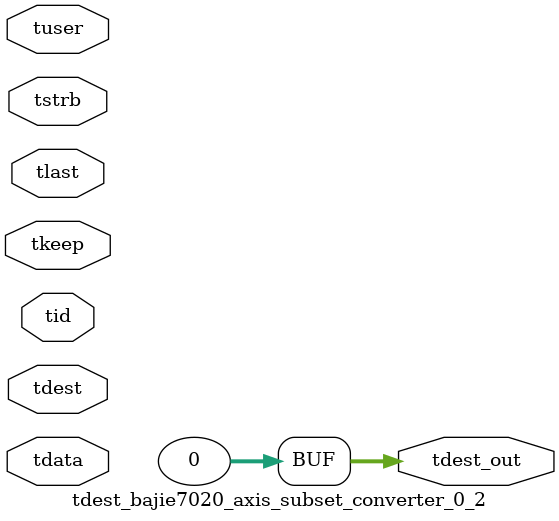
<source format=v>


`timescale 1ps/1ps

module tdest_bajie7020_axis_subset_converter_0_2 #
(
parameter C_S_AXIS_TDATA_WIDTH = 32,
parameter C_S_AXIS_TUSER_WIDTH = 0,
parameter C_S_AXIS_TID_WIDTH   = 0,
parameter C_S_AXIS_TDEST_WIDTH = 0,
parameter C_M_AXIS_TDEST_WIDTH = 32
)
(
input  [(C_S_AXIS_TDATA_WIDTH == 0 ? 1 : C_S_AXIS_TDATA_WIDTH)-1:0     ] tdata,
input  [(C_S_AXIS_TUSER_WIDTH == 0 ? 1 : C_S_AXIS_TUSER_WIDTH)-1:0     ] tuser,
input  [(C_S_AXIS_TID_WIDTH   == 0 ? 1 : C_S_AXIS_TID_WIDTH)-1:0       ] tid,
input  [(C_S_AXIS_TDEST_WIDTH == 0 ? 1 : C_S_AXIS_TDEST_WIDTH)-1:0     ] tdest,
input  [(C_S_AXIS_TDATA_WIDTH/8)-1:0 ] tkeep,
input  [(C_S_AXIS_TDATA_WIDTH/8)-1:0 ] tstrb,
input                                                                    tlast,
output [C_M_AXIS_TDEST_WIDTH-1:0] tdest_out
);

assign tdest_out = {1'b0};

endmodule


</source>
